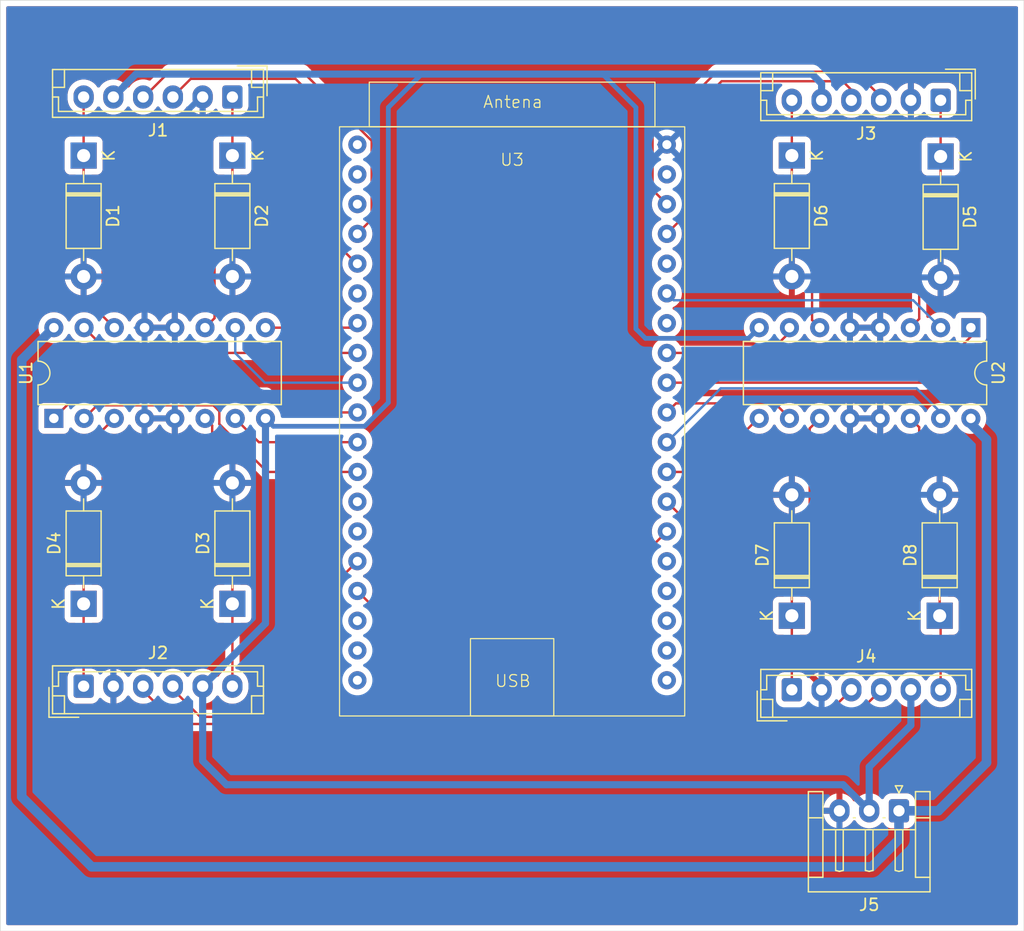
<source format=kicad_pcb>
(kicad_pcb (version 20241229) (generator "pcbnew") (generator_version "9.0")
  (title_block (title "Wheels PCB") (date "2025-04-01") (rev "1.0.0") (company "Manuel Piña Olivas"))
  (layers (0 "F.Cu" signal) (2 "B.Cu" signal) (13 "F.Paste" user) (15 "B.Paste" user) (5 "F.SilkS" user "F.Silkscreen") (7 "B.SilkS" user "B.Silkscreen") (1 "F.Mask" user) (3 "B.Mask" user) (25 "Edge.Cuts" user))
  (net 0 "")
  (net 1 "Net-(D1-K)")
  (net 2 "GND")
  (net 3 "Net-(D2-K)")
  (net 4 "Net-(D3-K)")
  (net 5 "Net-(D4-K)")
  (net 6 "Net-(D5-K)")
  (net 7 "Net-(D6-K)")
  (net 8 "Net-(D7-K)")
  (net 9 "Net-(D8-K)")
  (net 10 "Net-(J1-Pin_4)")
  (net 11 "Net-(J1-Pin_3)")
  (net 12 "+5V")
  (net 13 "Net-(J2-Pin_4)")
  (net 14 "Net-(J2-Pin_3)")
  (net 15 "Net-(J3-Pin_3)")
  (net 16 "Net-(J3-Pin_4)")
  (net 17 "Net-(J4-Pin_3)")
  (net 18 "Net-(J4-Pin_4)")
  (net 19 "+12V")
  (net 20 "Net-(U1-EN1,2)")
  (net 21 "Net-(U1-2A)")
  (net 22 "Net-(U1-4A)")
  (net 23 "Net-(U1-3A)")
  (net 24 "Net-(U1-EN3,4)")
  (net 25 "Net-(U1-1A)")
  (net 26 "Net-(U2-2A)")
  (net 27 "Net-(U2-3A)")
  (net 28 "Net-(U2-EN3,4)")
  (net 29 "Net-(U2-EN1,2)")
  (net 30 "Net-(U2-4A)")
  (net 31 "Net-(U2-1A)")
  (footprint "Package_DIP:DIP-16_W7.62mm" (layer "F.Cu") (at 113.5 88.725 90)
    (property "Reference" "U1" (at 3.81 -2.33 90) (layer "F.SilkS"))
    (property "Value" "L293D")
    (fp_line (start 6.46 -1.33) (end 4.81 -1.33) (stroke (width 0.12)) (layer "F.SilkS"))
    (fp_line (start 2.81 -1.33) (end 1.16 -1.33) (stroke (width 0.12)) (layer "F.SilkS"))
    (fp_line (start 1.16 -1.33) (end 1.16 19.11) (stroke (width 0.12)) (layer "F.SilkS"))
    (fp_line (start 6.46 19.11) (end 6.46 -1.33) (stroke (width 0.12)) (layer "F.SilkS"))
    (fp_line (start 1.16 19.11) (end 6.46 19.11) (stroke (width 0.12)) (layer "F.SilkS"))
    (fp_arc (start 4.81 -1.33) (mid 3.81 -0.33) (end 2.81 -1.33) (stroke (width 0.12)) (layer "F.SilkS"))
    (pad "1" thru_hole rect (at 0 0 90) (size 1.6 1.6) (drill 0.8) (layers "*.Cu" "*.Mask") (net 20 "Net-(U1-EN1,2)"))
    (pad "2" thru_hole oval (at 0 2.54 90) (size 1.6 1.6) (drill 0.8) (layers "*.Cu" "*.Mask") (net 25 "Net-(U1-1A)"))
    (pad "3" thru_hole oval (at 0 5.08 90) (size 1.6 1.6) (drill 0.8) (layers "*.Cu" "*.Mask") (net 5 "Net-(D4-K)"))
    (pad "4" thru_hole oval (at 0 7.62 90) (size 1.6 1.6) (drill 0.8) (layers "*.Cu" "*.Mask") (net 2 "GND"))
    (pad "5" thru_hole oval (at 0 10.16 90) (size 1.6 1.6) (drill 0.8) (layers "*.Cu" "*.Mask") (net 2 "GND"))
    (pad "6" thru_hole oval (at 0 12.7 90) (size 1.6 1.6) (drill 0.8) (layers "*.Cu" "*.Mask") (net 4 "Net-(D3-K)"))
    (pad "7" thru_hole oval (at 0 15.24 90) (size 1.6 1.6) (drill 0.8) (layers "*.Cu" "*.Mask") (net 21 "Net-(U1-2A)"))
    (pad "8" thru_hole oval (at 0 17.78 90) (size 1.6 1.6) (drill 0.8) (layers "*.Cu" "*.Mask") (net 12 "+5V"))
    (pad "9" thru_hole oval (at 7.62 17.78 90) (size 1.6 1.6) (drill 0.8) (layers "*.Cu" "*.Mask") (net 24 "Net-(U1-EN3,4)"))
    (pad "10" thru_hole oval (at 7.62 15.24 90) (size 1.6 1.6) (drill 0.8) (layers "*.Cu" "*.Mask") (net 23 "Net-(U1-3A)"))
    (pad "11" thru_hole oval (at 7.62 12.7 90) (size 1.6 1.6) (drill 0.8) (layers "*.Cu" "*.Mask") (net 3 "Net-(D2-K)"))
    (pad "12" thru_hole oval (at 7.62 10.16 90) (size 1.6 1.6) (drill 0.8) (layers "*.Cu" "*.Mask") (net 2 "GND"))
    (pad "13" thru_hole oval (at 7.62 7.62 90) (size 1.6 1.6) (drill 0.8) (layers "*.Cu" "*.Mask") (net 2 "GND"))
    (pad "14" thru_hole oval (at 7.62 5.08 90) (size 1.6 1.6) (drill 0.8) (layers "*.Cu" "*.Mask") (net 1 "Net-(D1-K)"))
    (pad "15" thru_hole oval (at 7.62 2.54 90) (size 1.6 1.6) (drill 0.8) (layers "*.Cu" "*.Mask") (net 22 "Net-(U1-4A)"))
    (pad "16" thru_hole oval (at 7.62 0 90) (size 1.6 1.6) (drill 0.8) (layers "*.Cu" "*.Mask") (net 19 "+12V"))
  )
  (footprint "Diode_THT:D_DO-41_SOD81_P10.16mm_Horizontal" (layer "F.Cu") (at 128.5 104.305 90)
    (property "Reference" "D3" (at 5.08 -2.47 90) (layer "F.SilkS"))
    (property "Value" "1N4001")
    (fp_line (start 7.8 -1.47) (end 2.36 -1.47) (stroke (width 0.12)) (layer "F.SilkS"))
    (fp_line (start 3.38 -1.47) (end 3.38 1.47) (stroke (width 0.12)) (layer "F.SilkS"))
    (fp_line (start 3.26 -1.47) (end 3.26 1.47) (stroke (width 0.12)) (layer "F.SilkS"))
    (fp_line (start 3.14 -1.47) (end 3.14 1.47) (stroke (width 0.12)) (layer "F.SilkS"))
    (fp_line (start 2.36 -1.47) (end 2.36 1.47) (stroke (width 0.12)) (layer "F.SilkS"))
    (fp_line (start 8.82 0) (end 7.8 0) (stroke (width 0.12)) (layer "F.SilkS"))
    (fp_line (start 1.34 0) (end 2.36 0) (stroke (width 0.12)) (layer "F.SilkS"))
    (fp_line (start 7.8 1.47) (end 7.8 -1.47) (stroke (width 0.12)) (layer "F.SilkS"))
    (fp_line (start 2.36 1.47) (end 7.8 1.47) (stroke (width 0.12)) (layer "F.SilkS"))
    (fp_text user "K" (at 0 -2.1 90) (layer "F.SilkS"))
    (pad "1" thru_hole rect (at 0 0 90) (size 2.2 2.2) (drill 1.1) (layers "*.Cu" "*.Mask") (net 4 "Net-(D3-K)"))
    (pad "2" thru_hole oval (at 10.16 0 90) (size 2.2 2.2) (drill 1.1) (layers "*.Cu" "*.Mask") (net 2 "GND"))
  )
  (footprint "Connector_JST:JST_EH_S3B-EH_1x03_P2.50mm_Horizontal" (layer "F.Cu") (at 184.5 121.6925 180)
    (property "Reference" "J5" (at 2.5 -7.9 0) (layer "F.SilkS"))
    (property "Value" "Conn_01x03")
    (fp_line (start 7.61 1.61) (end 6.39 1.61) (stroke (width 0.12)) (layer "F.SilkS"))
    (fp_line (start 7.61 -5.59) (end 6.39 -5.59) (stroke (width 0.12)) (layer "F.SilkS"))
    (fp_line (start 7.61 -6.81) (end 7.61 1.61) (stroke (width 0.12)) (layer "F.SilkS"))
    (fp_line (start 6.39 1.61) (end 6.39 -0.59) (stroke (width 0.12)) (layer "F.SilkS"))
    (fp_line (start 6.39 -0.59) (end 7.61 -0.59) (stroke (width 0.12)) (layer "F.SilkS"))
    (fp_line (start 6.39 -5.59) (end 6.39 -0.59) (stroke (width 0.12)) (layer "F.SilkS"))
    (fp_line (start 5.32 -1.59) (end 5 -1.59) (stroke (width 0.12)) (layer "F.SilkS"))
    (fp_line (start 5.32 -5.01) (end 5.32 -1.59) (stroke (width 0.12)) (layer "F.SilkS"))
    (fp_line (start 5 -1.59) (end 4.68 -1.59) (stroke (width 0.12)) (layer "F.SilkS"))
    (fp_line (start 5 -5.09) (end 5.32 -5.01) (stroke (width 0.12)) (layer "F.SilkS"))
    (fp_line (start 4.68 -1.59) (end 4.68 -5.01) (stroke (width 0.12)) (layer "F.SilkS"))
    (fp_line (start 4.68 -5.01) (end 5 -5.09) (stroke (width 0.12)) (layer "F.SilkS"))
    (fp_line (start 3.67 -0.59) (end 3.83 -0.59) (stroke (width 0.12)) (layer "F.SilkS"))
    (fp_line (start 2.82 -1.59) (end 2.5 -1.59) (stroke (width 0.12)) (layer "F.SilkS"))
    (fp_line (start 2.82 -5.01) (end 2.82 -1.59) (stroke (width 0.12)) (layer "F.SilkS"))
    (fp_line (start 2.5 -1.59) (end 2.18 -1.59) (stroke (width 0.12)) (layer "F.SilkS"))
    (fp_line (start 2.5 -5.09) (end 2.82 -5.01) (stroke (width 0.12)) (layer "F.SilkS"))
    (fp_line (start 2.18 -1.59) (end 2.18 -5.01) (stroke (width 0.12)) (layer "F.SilkS"))
    (fp_line (start 2.18 -5.01) (end 2.5 -5.09) (stroke (width 0.12)) (layer "F.SilkS"))
    (fp_line (start 1.17 -0.59) (end 1.33 -0.59) (stroke (width 0.12)) (layer "F.SilkS"))
    (fp_line (start 0.32 -1.59) (end 0 -1.59) (stroke (width 0.12)) (layer "F.SilkS"))
    (fp_line (start 0.32 -5.01) (end 0.32 -1.59) (stroke (width 0.12)) (layer "F.SilkS"))
    (fp_line (start 0.3 2.1) (end 0 1.5) (stroke (width 0.12)) (layer "F.SilkS"))
    (fp_line (start 0 1.5) (end -0.3 2.1) (stroke (width 0.12)) (layer "F.SilkS"))
    (fp_line (start 0 -1.59) (end -0.32 -1.59) (stroke (width 0.12)) (layer "F.SilkS"))
    (fp_line (start 0 -5.09) (end 0.32 -5.01) (stroke (width 0.12)) (layer "F.SilkS"))
    (fp_line (start -0.3 2.1) (end 0.3 2.1) (stroke (width 0.12)) (layer "F.SilkS"))
    (fp_line (start -0.32 -1.59) (end -0.32 -5.01) (stroke (width 0.12)) (layer "F.SilkS"))
    (fp_line (start -0.32 -5.01) (end 0 -5.09) (stroke (width 0.12)) (layer "F.SilkS"))
    (fp_line (start -1.39 1.61) (end -2.61 1.61) (stroke (width 0.12)) (layer "F.SilkS"))
    (fp_line (start -1.39 -0.59) (end -1.39 1.61) (stroke (width 0.12)) (layer "F.SilkS"))
    (fp_line (start -1.39 -0.59) (end -2.61 -0.59) (stroke (width 0.12)) (layer "F.SilkS"))
    (fp_line (start -1.39 -1.59) (end 6.39 -1.59) (stroke (width 0.12)) (layer "F.SilkS"))
    (fp_line (start -1.39 -5.59) (end -1.39 -0.59) (stroke (width 0.12)) (layer "F.SilkS"))
    (fp_line (start -2.61 1.61) (end -2.61 -6.81) (stroke (width 0.12)) (layer "F.SilkS"))
    (fp_line (start -2.61 -5.59) (end -1.39 -5.59) (stroke (width 0.12)) (layer "F.SilkS"))
    (fp_line (start -2.61 -6.81) (end 7.61 -6.81) (stroke (width 0.12)) (layer "F.SilkS"))
    (pad "1" thru_hole roundrect (at 0 0 180) (size 1.7 1.95) (drill 0.95) (layers "*.Cu" "*.Mask") (roundrect_rratio 0.147059) (net 19 "+12V"))
    (pad "2" thru_hole oval (at 2.5 0 180) (size 1.7 1.95) (drill 0.95) (layers "*.Cu" "*.Mask") (net 12 "+5V"))
    (pad "3" thru_hole oval (at 5 0 180) (size 1.7 1.95) (drill 0.95) (layers "*.Cu" "*.Mask") (net 2 "GND"))
  )
  (footprint "Diode_THT:D_DO-41_SOD81_P10.16mm_Horizontal" (layer "F.Cu") (at 128.5 66.645 -90)
    (property "Reference" "D2" (at 5.08 -2.47 90) (layer "F.SilkS"))
    (property "Value" "1N4001")
    (fp_line (start 2.36 1.47) (end 7.8 1.47) (stroke (width 0.12)) (layer "F.SilkS"))
    (fp_line (start 7.8 1.47) (end 7.8 -1.47) (stroke (width 0.12)) (layer "F.SilkS"))
    (fp_line (start 1.34 0) (end 2.36 0) (stroke (width 0.12)) (layer "F.SilkS"))
    (fp_line (start 8.82 0) (end 7.8 0) (stroke (width 0.12)) (layer "F.SilkS"))
    (fp_line (start 2.36 -1.47) (end 2.36 1.47) (stroke (width 0.12)) (layer "F.SilkS"))
    (fp_line (start 3.14 -1.47) (end 3.14 1.47) (stroke (width 0.12)) (layer "F.SilkS"))
    (fp_line (start 3.26 -1.47) (end 3.26 1.47) (stroke (width 0.12)) (layer "F.SilkS"))
    (fp_line (start 3.38 -1.47) (end 3.38 1.47) (stroke (width 0.12)) (layer "F.SilkS"))
    (fp_line (start 7.8 -1.47) (end 2.36 -1.47) (stroke (width 0.12)) (layer "F.SilkS"))
    (fp_text user "K" (at 0 -2.1 90) (layer "F.SilkS"))
    (pad "1" thru_hole rect (at 0 0 270) (size 2.2 2.2) (drill 1.1) (layers "*.Cu" "*.Mask") (net 3 "Net-(D2-K)"))
    (pad "2" thru_hole oval (at 10.16 0 270) (size 2.2 2.2) (drill 1.1) (layers "*.Cu" "*.Mask") (net 2 "GND"))
  )
  (footprint "Connector_JST:JST_EH_B6B-EH-A_1x06_P2.50mm_Vertical" (layer "F.Cu") (at 116 111.225)
    (property "Reference" "J2" (at 6.25 -2.8 0) (layer "F.SilkS"))
    (property "Value" "Motor_2")
    (fp_line (start -2.91 0.11) (end -2.91 2.61) (stroke (width 0.12)) (layer "F.SilkS"))
    (fp_line (start -2.91 2.61) (end -0.41 2.61) (stroke (width 0.12)) (layer "F.SilkS"))
    (fp_line (start -2.61 -1.71) (end -2.61 2.31) (stroke (width 0.12)) (layer "F.SilkS"))
    (fp_line (start -2.61 0) (end -2.11 0) (stroke (width 0.12)) (layer "F.SilkS"))
    (fp_line (start -2.61 0.81) (end -1.61 0.81) (stroke (width 0.12)) (layer "F.SilkS"))
    (fp_line (start -2.61 2.31) (end 15.11 2.31) (stroke (width 0.12)) (layer "F.SilkS"))
    (fp_line (start -2.11 -1.21) (end 14.61 -1.21) (stroke (width 0.12)) (layer "F.SilkS"))
    (fp_line (start -2.11 0) (end -2.11 -1.21) (stroke (width 0.12)) (layer "F.SilkS"))
    (fp_line (start -1.61 0.81) (end -1.61 2.31) (stroke (width 0.12)) (layer "F.SilkS"))
    (fp_line (start 14.11 0.81) (end 14.11 2.31) (stroke (width 0.12)) (layer "F.SilkS"))
    (fp_line (start 14.61 -1.21) (end 14.61 0) (stroke (width 0.12)) (layer "F.SilkS"))
    (fp_line (start 14.61 0) (end 15.11 0) (stroke (width 0.12)) (layer "F.SilkS"))
    (fp_line (start 15.11 -1.71) (end -2.61 -1.71) (stroke (width 0.12)) (layer "F.SilkS"))
    (fp_line (start 15.11 0.81) (end 14.11 0.81) (stroke (width 0.12)) (layer "F.SilkS"))
    (fp_line (start 15.11 2.31) (end 15.11 -1.71) (stroke (width 0.12)) (layer "F.SilkS"))
    (pad "1" thru_hole roundrect (at 0 0) (size 1.7 1.95) (drill 0.95) (layers "*.Cu" "*.Mask") (roundrect_rratio 0.147059) (net 5 "Net-(D4-K)"))
    (pad "2" thru_hole oval (at 2.5 0) (size 1.7 1.95) (drill 0.95) (layers "*.Cu" "*.Mask") (net 2 "GND"))
    (pad "3" thru_hole oval (at 5 0) (size 1.7 1.95) (drill 0.95) (layers "*.Cu" "*.Mask") (net 14 "Net-(J2-Pin_3)"))
    (pad "4" thru_hole oval (at 7.5 0) (size 1.7 1.95) (drill 0.95) (layers "*.Cu" "*.Mask") (net 13 "Net-(J2-Pin_4)"))
    (pad "5" thru_hole oval (at 10 0) (size 1.7 1.95) (drill 0.95) (layers "*.Cu" "*.Mask") (net 12 "+5V"))
    (pad "6" thru_hole oval (at 12.5 0) (size 1.7 1.95) (drill 0.95) (layers "*.Cu" "*.Mask") (net 4 "Net-(D3-K)"))
  )
  (footprint "Diode_THT:D_DO-41_SOD81_P10.16mm_Horizontal" (layer "F.Cu") (at 175.5 105.305 90)
    (property "Reference" "D7" (at 5.08 -2.47 90) (layer "F.SilkS"))
    (property "Value" "1N4001" (hide yes))
    (fp_line (start 7.8 -1.47) (end 2.36 -1.47) (stroke (width 0.12)) (layer "F.SilkS"))
    (fp_line (start 3.38 -1.47) (end 3.38 1.47) (stroke (width 0.12)) (layer "F.SilkS"))
    (fp_line (start 3.26 -1.47) (end 3.26 1.47) (stroke (width 0.12)) (layer "F.SilkS"))
    (fp_line (start 3.14 -1.47) (end 3.14 1.47) (stroke (width 0.12)) (layer "F.SilkS"))
    (fp_line (start 2.36 -1.47) (end 2.36 1.47) (stroke (width 0.12)) (layer "F.SilkS"))
    (fp_line (start 8.82 0) (end 7.8 0) (stroke (width 0.12)) (layer "F.SilkS"))
    (fp_line (start 1.34 0) (end 2.36 0) (stroke (width 0.12)) (layer "F.SilkS"))
    (fp_line (start 7.8 1.47) (end 7.8 -1.47) (stroke (width 0.12)) (layer "F.SilkS"))
    (fp_line (start 2.36 1.47) (end 7.8 1.47) (stroke (width 0.12)) (layer "F.SilkS"))
    (fp_text user "K" (at 0 -2.1 90) (layer "F.SilkS"))
    (pad "1" thru_hole rect (at 0 0 90) (size 2.2 2.2) (drill 1.1) (layers "*.Cu" "*.Mask") (net 8 "Net-(D7-K)"))
    (pad "2" thru_hole oval (at 10.16 0 90) (size 2.2 2.2) (drill 1.1) (layers "*.Cu" "*.Mask") (net 2 "GND"))
  )
  (footprint "Connector_JST:JST_EH_B6B-EH-A_1x06_P2.50mm_Vertical" (layer "F.Cu") (at 128.5 61.725 180)
    (property "Reference" "J1" (at 6.25 -2.8 0) (layer "F.SilkS"))
    (property "Value" "Motor_1")
    (fp_line (start 15.11 2.31) (end 15.11 -1.71) (stroke (width 0.12)) (layer "F.SilkS"))
    (fp_line (start 15.11 0.81) (end 14.11 0.81) (stroke (width 0.12)) (layer "F.SilkS"))
    (fp_line (start 15.11 -1.71) (end -2.61 -1.71) (stroke (width 0.12)) (layer "F.SilkS"))
    (fp_line (start 14.61 0) (end 15.11 0) (stroke (width 0.12)) (layer "F.SilkS"))
    (fp_line (start 14.61 -1.21) (end 14.61 0) (stroke (width 0.12)) (layer "F.SilkS"))
    (fp_line (start 14.11 0.81) (end 14.11 2.31) (stroke (width 0.12)) (layer "F.SilkS"))
    (fp_line (start -1.61 0.81) (end -1.61 2.31) (stroke (width 0.12)) (layer "F.SilkS"))
    (fp_line (start -2.11 0) (end -2.11 -1.21) (stroke (width 0.12)) (layer "F.SilkS"))
    (fp_line (start -2.11 -1.21) (end 14.61 -1.21) (stroke (width 0.12)) (layer "F.SilkS"))
    (fp_line (start -2.61 2.31) (end 15.11 2.31) (stroke (width 0.12)) (layer "F.SilkS"))
    (fp_line (start -2.61 0.81) (end -1.61 0.81) (stroke (width 0.12)) (layer "F.SilkS"))
    (fp_line (start -2.61 0) (end -2.11 0) (stroke (width 0.12)) (layer "F.SilkS"))
    (fp_line (start -2.61 -1.71) (end -2.61 2.31) (stroke (width 0.12)) (layer "F.SilkS"))
    (fp_line (start -2.91 2.61) (end -0.41 2.61) (stroke (width 0.12)) (layer "F.SilkS"))
    (fp_line (start -2.91 0.11) (end -2.91 2.61) (stroke (width 0.12)) (layer "F.SilkS"))
    (pad "1" thru_hole roundrect (at 0 0 180) (size 1.7 1.95) (drill 0.95) (layers "*.Cu" "*.Mask") (roundrect_rratio 0.147059) (net 3 "Net-(D2-K)"))
    (pad "2" thru_hole oval (at 2.5 0 180) (size 1.7 1.95) (drill 0.95) (layers "*.Cu" "*.Mask") (net 2 "GND"))
    (pad "3" thru_hole oval (at 5 0 180) (size 1.7 1.95) (drill 0.95) (layers "*.Cu" "*.Mask") (net 11 "Net-(J1-Pin_3)"))
    (pad "4" thru_hole oval (at 7.5 0 180) (size 1.7 1.95) (drill 0.95) (layers "*.Cu" "*.Mask") (net 10 "Net-(J1-Pin_4)"))
    (pad "5" thru_hole oval (at 10 0 180) (size 1.7 1.95) (drill 0.95) (layers "*.Cu" "*.Mask") (net 12 "+5V"))
    (pad "6" thru_hole oval (at 12.5 0 180) (size 1.7 1.95) (drill 0.95) (layers "*.Cu" "*.Mask") (net 1 "Net-(D1-K)"))
  )
  (footprint "Connector_JST:JST_EH_B6B-EH-A_1x06_P2.50mm_Vertical" (layer "F.Cu") (at 188 62 180)
    (property "Reference" "J3" (at 6.25 -2.8 0) (layer "F.SilkS"))
    (property "Value" "Motor_3")
    (fp_line (start 15.11 2.31) (end 15.11 -1.71) (stroke (width 0.12)) (layer "F.SilkS"))
    (fp_line (start 15.11 0.81) (end 14.11 0.81) (stroke (width 0.12)) (layer "F.SilkS"))
    (fp_line (start 15.11 -1.71) (end -2.61 -1.71) (stroke (width 0.12)) (layer "F.SilkS"))
    (fp_line (start 14.61 0) (end 15.11 0) (stroke (width 0.12)) (layer "F.SilkS"))
    (fp_line (start 14.61 -1.21) (end 14.61 0) (stroke (width 0.12)) (layer "F.SilkS"))
    (fp_line (start 14.11 0.81) (end 14.11 2.31) (stroke (width 0.12)) (layer "F.SilkS"))
    (fp_line (start -1.61 0.81) (end -1.61 2.31) (stroke (width 0.12)) (layer "F.SilkS"))
    (fp_line (start -2.11 0) (end -2.11 -1.21) (stroke (width 0.12)) (layer "F.SilkS"))
    (fp_line (start -2.11 -1.21) (end 14.61 -1.21) (stroke (width 0.12)) (layer "F.SilkS"))
    (fp_line (start -2.61 2.31) (end 15.11 2.31) (stroke (width 0.12)) (layer "F.SilkS"))
    (fp_line (start -2.61 0.81) (end -1.61 0.81) (stroke (width 0.12)) (layer "F.SilkS"))
    (fp_line (start -2.61 0) (end -2.11 0) (stroke (width 0.12)) (layer "F.SilkS"))
    (fp_line (start -2.61 -1.71) (end -2.61 2.31) (stroke (width 0.12)) (layer "F.SilkS"))
    (fp_line (start -2.91 2.61) (end -0.41 2.61) (stroke (width 0.12)) (layer "F.SilkS"))
    (fp_line (start -2.91 0.11) (end -2.91 2.61) (stroke (width 0.12)) (layer "F.SilkS"))
    (pad "1" thru_hole roundrect (at 0 0 180) (size 1.7 1.95) (drill 0.95) (layers "*.Cu" "*.Mask") (roundrect_rratio 0.147059) (net 6 "Net-(D5-K)"))
    (pad "2" thru_hole oval (at 2.5 0 180) (size 1.7 1.95) (drill 0.95) (layers "*.Cu" "*.Mask") (net 2 "GND"))
    (pad "3" thru_hole oval (at 5 0 180) (size 1.7 1.95) (drill 0.95) (layers "*.Cu" "*.Mask") (net 15 "Net-(J3-Pin_3)"))
    (pad "4" thru_hole oval (at 7.5 0 180) (size 1.7 1.95) (drill 0.95) (layers "*.Cu" "*.Mask") (net 16 "Net-(J3-Pin_4)"))
    (pad "5" thru_hole oval (at 10 0 180) (size 1.7 1.95) (drill 0.95) (layers "*.Cu" "*.Mask") (net 12 "+5V"))
    (pad "6" thru_hole oval (at 12.5 0 180) (size 1.7 1.95) (drill 0.95) (layers "*.Cu" "*.Mask") (net 7 "Net-(D6-K)"))
  )
  (footprint "Diode_THT:D_DO-41_SOD81_P10.16mm_Horizontal" (layer "F.Cu") (at 187.92 105.305 90)
    (property "Reference" "D8" (at 5.08 -2.47 90) (layer "F.SilkS"))
    (property "Value" "1N4001")
    (fp_line (start 7.8 -1.47) (end 2.36 -1.47) (stroke (width 0.12)) (layer "F.SilkS"))
    (fp_line (start 3.38 -1.47) (end 3.38 1.47) (stroke (width 0.12)) (layer "F.SilkS"))
    (fp_line (start 3.26 -1.47) (end 3.26 1.47) (stroke (width 0.12)) (layer "F.SilkS"))
    (fp_line (start 3.14 -1.47) (end 3.14 1.47) (stroke (width 0.12)) (layer "F.SilkS"))
    (fp_line (start 2.36 -1.47) (end 2.36 1.47) (stroke (width 0.12)) (layer "F.SilkS"))
    (fp_line (start 8.82 0) (end 7.8 0) (stroke (width 0.12)) (layer "F.SilkS"))
    (fp_line (start 1.34 0) (end 2.36 0) (stroke (width 0.12)) (layer "F.SilkS"))
    (fp_line (start 7.8 1.47) (end 7.8 -1.47) (stroke (width 0.12)) (layer "F.SilkS"))
    (fp_line (start 2.36 1.47) (end 7.8 1.47) (stroke (width 0.12)) (layer "F.SilkS"))
    (fp_text user "K" (at 0 -2.1 90) (layer "F.SilkS"))
    (pad "1" thru_hole rect (at 0 0 90) (size 2.2 2.2) (drill 1.1) (layers "*.Cu" "*.Mask") (net 9 "Net-(D8-K)"))
    (pad "2" thru_hole oval (at 10.16 0 90) (size 2.2 2.2) (drill 1.1) (layers "*.Cu" "*.Mask") (net 2 "GND"))
  )
  (footprint "Diode_THT:D_DO-41_SOD81_P10.16mm_Horizontal" (layer "F.Cu") (at 175.5 66.64 -90)
    (property "Reference" "D6" (at 5.08 -2.47 90) (layer "F.SilkS"))
    (property "Value" "1N4001")
    (fp_line (start 2.36 1.47) (end 7.8 1.47) (stroke (width 0.12)) (layer "F.SilkS"))
    (fp_line (start 7.8 1.47) (end 7.8 -1.47) (stroke (width 0.12)) (layer "F.SilkS"))
    (fp_line (start 1.34 0) (end 2.36 0) (stroke (width 0.12)) (layer "F.SilkS"))
    (fp_line (start 8.82 0) (end 7.8 0) (stroke (width 0.12)) (layer "F.SilkS"))
    (fp_line (start 2.36 -1.47) (end 2.36 1.47) (stroke (width 0.12)) (layer "F.SilkS"))
    (fp_line (start 3.14 -1.47) (end 3.14 1.47) (stroke (width 0.12)) (layer "F.SilkS"))
    (fp_line (start 3.26 -1.47) (end 3.26 1.47) (stroke (width 0.12)) (layer "F.SilkS"))
    (fp_line (start 3.38 -1.47) (end 3.38 1.47) (stroke (width 0.12)) (layer "F.SilkS"))
    (fp_line (start 7.8 -1.47) (end 2.36 -1.47) (stroke (width 0.12)) (layer "F.SilkS"))
    (fp_text user "K" (at 0 -2.1 90) (layer "F.SilkS"))
    (pad "1" thru_hole rect (at 0 0 270) (size 2.2 2.2) (drill 1.1) (layers "*.Cu" "*.Mask") (net 7 "Net-(D6-K)"))
    (pad "2" thru_hole oval (at 10.16 0 270) (size 2.2 2.2) (drill 1.1) (layers "*.Cu" "*.Mask") (net 2 "GND"))
  )
  (footprint "Diode_THT:D_DO-41_SOD81_P10.16mm_Horizontal" (layer "F.Cu") (at 116 66.645 -90)
    (property "Reference" "D1" (at 5.08 -2.47 90) (layer "F.SilkS"))
    (property "Value" "1N4001")
    (fp_line (start 2.36 1.47) (end 7.8 1.47) (stroke (width 0.12)) (layer "F.SilkS"))
    (fp_line (start 7.8 1.47) (end 7.8 -1.47) (stroke (width 0.12)) (layer "F.SilkS"))
    (fp_line (start 1.34 0) (end 2.36 0) (stroke (width 0.12)) (layer "F.SilkS"))
    (fp_line (start 8.82 0) (end 7.8 0) (stroke (width 0.12)) (layer "F.SilkS"))
    (fp_line (start 2.36 -1.47) (end 2.36 1.47) (stroke (width 0.12)) (layer "F.SilkS"))
    (fp_line (start 3.14 -1.47) (end 3.14 1.47) (stroke (width 0.12)) (layer "F.SilkS"))
    (fp_line (start 3.26 -1.47) (end 3.26 1.47) (stroke (width 0.12)) (layer "F.SilkS"))
    (fp_line (start 3.38 -1.47) (end 3.38 1.47) (stroke (width 0.12)) (layer "F.SilkS"))
    (fp_line (start 7.8 -1.47) (end 2.36 -1.47) (stroke (width 0.12)) (layer "F.SilkS"))
    (fp_text user "K" (at 0 -2.1 90) (layer "F.SilkS"))
    (pad "1" thru_hole rect (at 0 0 270) (size 2.2 2.2) (drill 1.1) (layers "*.Cu" "*.Mask") (net 1 "Net-(D1-K)"))
    (pad "2" thru_hole oval (at 10.16 0 270) (size 2.2 2.2) (drill 1.1) (layers "*.Cu" "*.Mask") (net 2 "GND"))
  )
  (footprint "Connector_JST:JST_EH_B6B-EH-A_1x06_P2.50mm_Vertical" (layer "F.Cu") (at 175.5 111.525)
    (property "Reference" "J4" (at 6.25 -2.8 0) (layer "F.SilkS"))
    (property "Value" "Motor_4")
    (fp_line (start -2.91 0.11) (end -2.91 2.61) (stroke (width 0.12)) (layer "F.SilkS"))
    (fp_line (start -2.91 2.61) (end -0.41 2.61) (stroke (width 0.12)) (layer "F.SilkS"))
    (fp_line (start -2.61 -1.71) (end -2.61 2.31) (stroke (width 0.12)) (layer "F.SilkS"))
    (fp_line (start -2.61 0) (end -2.11 0) (stroke (width 0.12)) (layer "F.SilkS"))
    (fp_line (start -2.61 0.81) (end -1.61 0.81) (stroke (width 0.12)) (layer "F.SilkS"))
    (fp_line (start -2.61 2.31) (end 15.11 2.31) (stroke (width 0.12)) (layer "F.SilkS"))
    (fp_line (start -2.11 -1.21) (end 14.61 -1.21) (stroke (width 0.12)) (layer "F.SilkS"))
    (fp_line (start -2.11 0) (end -2.11 -1.21) (stroke (width 0.12)) (layer "F.SilkS"))
    (fp_line (start -1.61 0.81) (end -1.61 2.31) (stroke (width 0.12)) (layer "F.SilkS"))
    (fp_line (start 14.11 0.81) (end 14.11 2.31) (stroke (width 0.12)) (layer "F.SilkS"))
    (fp_line (start 14.61 -1.21) (end 14.61 0) (stroke (width 0.12)) (layer "F.SilkS"))
    (fp_line (start 14.61 0) (end 15.11 0) (stroke (width 0.12)) (layer "F.SilkS"))
    (fp_line (start 15.11 -1.71) (end -2.61 -1.71) (stroke (width 0.12)) (layer "F.SilkS"))
    (fp_line (start 15.11 0.81) (end 14.11 0.81) (stroke (width 0.12)) (layer "F.SilkS"))
    (fp_line (start 15.11 2.31) (end 15.11 -1.71) (stroke (width 0.12)) (layer "F.SilkS"))
    (pad "1" thru_hole roundrect (at 0 0) (size 1.7 1.95) (drill 0.95) (layers "*.Cu" "*.Mask") (roundrect_rratio 0.147059) (net 8 "Net-(D7-K)"))
    (pad "2" thru_hole oval (at 2.5 0) (size 1.7 1.95) (drill 0.95) (layers "*.Cu" "*.Mask") (net 2 "GND"))
    (pad "3" thru_hole oval (at 5 0) (size 1.7 1.95) (drill 0.95) (layers "*.Cu" "*.Mask") (net 17 "Net-(J4-Pin_3)"))
    (pad "4" thru_hole oval (at 7.5 0) (size 1.7 1.95) (drill 0.95) (layers "*.Cu" "*.Mask") (net 18 "Net-(J4-Pin_4)"))
    (pad "5" thru_hole oval (at 10 0) (size 1.7 1.95) (drill 0.95) (layers "*.Cu" "*.Mask") (net 12 "+5V"))
    (pad "6" thru_hole oval (at 12.5 0) (size 1.7 1.95) (drill 0.95) (layers "*.Cu" "*.Mask") (net 9 "Net-(D8-K)"))
  )
  (footprint "Diode_THT:D_DO-41_SOD81_P10.16mm_Horizontal" (layer "F.Cu") (at 188 66.72 -90)
    (property "Reference" "D5" (at 5.08 -2.47 90) (layer "F.SilkS"))
    (property "Value" "1N4001")
    (fp_line (start 2.36 1.47) (end 7.8 1.47) (stroke (width 0.12)) (layer "F.SilkS"))
    (fp_line (start 7.8 1.47) (end 7.8 -1.47) (stroke (width 0.12)) (layer "F.SilkS"))
    (fp_line (start 1.34 0) (end 2.36 0) (stroke (width 0.12)) (layer "F.SilkS"))
    (fp_line (start 8.82 0) (end 7.8 0) (stroke (width 0.12)) (layer "F.SilkS"))
    (fp_line (start 2.36 -1.47) (end 2.36 1.47) (stroke (width 0.12)) (layer "F.SilkS"))
    (fp_line (start 3.14 -1.47) (end 3.14 1.47) (stroke (width 0.12)) (layer "F.SilkS"))
    (fp_line (start 3.26 -1.47) (end 3.26 1.47) (stroke (width 0.12)) (layer "F.SilkS"))
    (fp_line (start 3.38 -1.47) (end 3.38 1.47) (stroke (width 0.12)) (layer "F.SilkS"))
    (fp_line (start 7.8 -1.47) (end 2.36 -1.47) (stroke (width 0.12)) (layer "F.SilkS"))
    (fp_text user "K" (at 0 -2.1 90) (layer "F.SilkS"))
    (pad "1" thru_hole rect (at 0 0 270) (size 2.2 2.2) (drill 1.1) (layers "*.Cu" "*.Mask") (net 6 "Net-(D5-K)"))
    (pad "2" thru_hole oval (at 10.16 0 270) (size 2.2 2.2) (drill 1.1) (layers "*.Cu" "*.Mask") (net 2 "GND"))
  )
  (footprint "ESP32S_38P:ESP32S_38P" (layer "F.Cu") (at 152 54.475)
    (property "Reference" "U3" (at 0 12.525 0) (layer "F.SilkS") (effects (font (thickness 0.1))))
    (property "Value" "ESP32S_38P")
    (fp_rect (start -14.5 9.75) (end 14.5 59.25) (stroke (width 0.1)) (fill no) (layer "F.SilkS"))
    (fp_rect (start -12 6) (end 12 9.75) (stroke (width 0.1)) (fill no) (layer "F.SilkS"))
    (fp_rect (start -3.5 52.75) (end 3.5 59.25) (stroke (width 0.1)) (fill no) (layer "F.SilkS"))
    (fp_text user "Antena" (at -2.5 8.25 0) (layer "F.SilkS") (effects (font (thickness 0.1)) (justify left bottom)))
    (fp_text user "USB" (at -1.5 56.9 0) (layer "F.SilkS") (effects (font (thickness 0.1)) (justify left bottom)))
    (pad "1" thru_hole circle (at -13 11.25) (size 1.524 1.524) (drill 0.762) (layers "*.Cu" "*.Mask"))
    (pad "2" thru_hole circle (at -13 13.75) (size 1.524 1.524) (drill 0.762) (layers "*.Cu" "*.Mask"))
    (pad "3" thru_hole circle (at -13 16.25) (size 1.524 1.524) (drill 0.762) (layers "*.Cu" "*.Mask"))
    (pad "4" thru_hole circle (at -13 18.75) (size 1.524 1.524) (drill 0.762) (layers "*.Cu" "*.Mask") (net 10 "Net-(J1-Pin_4)"))
    (pad "5" thru_hole circle (at -13 21.25) (size 1.524 1.524) (drill 0.762) (layers "*.Cu" "*.Mask") (net 11 "Net-(J1-Pin_3)"))
    (pad "6" thru_hole circle (at -13 23.75) (size 1.524 1.524) (drill 0.762) (layers "*.Cu" "*.Mask"))
    (pad "7" thru_hole circle (at -13 26.25) (size 1.524 1.524) (drill 0.762) (layers "*.Cu" "*.Mask") (net 24 "Net-(U1-EN3,4)"))
    (pad "8" thru_hole circle (at -13 28.75) (size 1.524 1.524) (drill 0.762) (layers "*.Cu" "*.Mask") (net 22 "Net-(U1-4A)"))
    (pad "9" thru_hole circle (at -13 31.25) (size 1.524 1.524) (drill 0.762) (layers "*.Cu" "*.Mask") (net 23 "Net-(U1-3A)"))
    (pad "10" thru_hole circle (at -13 33.75) (size 1.524 1.524) (drill 0.762) (layers "*.Cu" "*.Mask") (net 20 "Net-(U1-EN1,2)"))
    (pad "11" thru_hole circle (at -13 36.25) (size 1.524 1.524) (drill 0.762) (layers "*.Cu" "*.Mask") (net 21 "Net-(U1-2A)"))
    (pad "12" thru_hole circle (at -13 38.75) (size 1.524 1.524) (drill 0.762) (layers "*.Cu" "*.Mask") (net 25 "Net-(U1-1A)"))
    (pad "13" thru_hole circle (at -13 41.25) (size 1.524 1.524) (drill 0.762) (layers "*.Cu" "*.Mask"))
    (pad "14" thru_hole circle (at -13 43.75) (size 1.524 1.524) (drill 0.762) (layers "*.Cu" "*.Mask"))
    (pad "15" thru_hole circle (at -13 46.25) (size 1.524 1.524) (drill 0.762) (layers "*.Cu" "*.Mask") (net 13 "Net-(J2-Pin_4)"))
    (pad "16" thru_hole circle (at -13 48.75) (size 1.524 1.524) (drill 0.762) (layers "*.Cu" "*.Mask") (net 14 "Net-(J2-Pin_3)"))
    (pad "17" thru_hole circle (at -13 51.25) (size 1.524 1.524) (drill 0.762) (layers "*.Cu" "*.Mask"))
    (pad "18" thru_hole circle (at -13 53.75) (size 1.524 1.524) (drill 0.762) (layers "*.Cu" "*.Mask"))
    (pad "19" thru_hole circle (at -13 56.25) (size 1.524 1.524) (drill 0.762) (layers "*.Cu" "*.Mask"))
    (pad "20" thru_hole circle (at 13 56.25) (size 1.524 1.524) (drill 0.762) (layers "*.Cu" "*.Mask"))
    (pad "21" thru_hole circle (at 13 53.75) (size 1.524 1.524) (drill 0.762) (layers "*.Cu" "*.Mask"))
    (pad "22" thru_hole circle (at 13 51.25) (size 1.524 1.524) (drill 0.762) (layers "*.Cu" "*.Mask"))
    (pad "23" thru_hole circle (at 13 48.75) (size 1.524 1.524) (drill 0.762) (layers "*.Cu" "*.Mask"))
    (pad "24" thru_hole circle (at 13 46.25) (size 1.524 1.524) (drill 0.762) (layers "*.Cu" "*.Mask"))
    (pad "25" thru_hole circle (at 13 43.75) (size 1.524 1.524) (drill 0.762) (layers "*.Cu" "*.Mask") (net 18 "Net-(J4-Pin_4)"))
    (pad "26" thru_hole circle (at 13 41.25) (size 1.524 1.524) (drill 0.762) (layers "*.Cu" "*.Mask") (net 17 "Net-(J4-Pin_3)"))
    (pad "27" thru_hole circle (at 13 38.75) (size 1.524 1.524) (drill 0.762) (layers "*.Cu" "*.Mask") (net 28 "Net-(U2-EN3,4)"))
    (pad "28" thru_hole circle (at 13 36.25) (size 1.524 1.524) (drill 0.762) (layers "*.Cu" "*.Mask") (net 30 "Net-(U2-4A)"))
    (pad "29" thru_hole circle (at 13 33.75) (size 1.524 1.524) (drill 0.762) (layers "*.Cu" "*.Mask") (net 27 "Net-(U2-3A)"))
    (pad "30" thru_hole circle (at 13 31.25) (size 1.524 1.524) (drill 0.762) (layers "*.Cu" "*.Mask") (net 29 "Net-(U2-EN1,2)"))
    (pad "31" thru_hole circle (at 13 28.75) (size 1.524 1.524) (drill 0.762) (layers "*.Cu" "*.Mask") (net 26 "Net-(U2-2A)"))
    (pad "32" thru_hole circle (at 13 26.25) (size 1.524 1.524) (drill 0.762) (layers "*.Cu" "*.Mask"))
    (pad "33" thru_hole circle (at 13 23.75) (size 1.524 1.524) (drill 0.762) (layers "*.Cu" "*.Mask") (net 31 "Net-(U2-1A)"))
    (pad "34" thru_hole circle (at 13 21.25) (size 1.524 1.524) (drill 0.762) (layers "*.Cu" "*.Mask"))
    (pad "35" thru_hole circle (at 13 18.75) (size 1.524 1.524) (drill 0.762) (layers "*.Cu" "*.Mask") (net 16 "Net-(J3-Pin_4)"))
    (pad "36" thru_hole circle (at 13 16.25) (size 1.524 1.524) (drill 0.762) (layers "*.Cu" "*.Mask") (net 15 "Net-(J3-Pin_3)"))
    (pad "37" thru_hole circle (at 13 13.75) (size 1.524 1.524) (drill 0.762) (layers "*.Cu" "*.Mask"))
    (pad "38" thru_hole circle (at 13 11.25) (size 1.524 1.524) (drill 0.762) (layers "*.Cu" "*.Mask") (net 2 "GND"))
  )
  (footprint "Diode_THT:D_DO-41_SOD81_P10.16mm_Horizontal" (layer "F.Cu") (at 116 104.305 90)
    (property "Reference" "D4" (at 5.08 -2.47 90) (layer "F.SilkS"))
    (property "Value" "1N4001")
    (fp_line (start 7.8 -1.47) (end 2.36 -1.47) (stroke (width 0.12)) (layer "F.SilkS"))
    (fp_line (start 3.38 -1.47) (end 3.38 1.47) (stroke (width 0.12)) (layer "F.SilkS"))
    (fp_line (start 3.26 -1.47) (end 3.26 1.47) (stroke (width 0.12)) (layer "F.SilkS"))
    (fp_line (start 3.14 -1.47) (end 3.14 1.47) (stroke (width 0.12)) (layer "F.SilkS"))
    (fp_line (start 2.36 -1.47) (end 2.36 1.47) (stroke (width 0.12)) (layer "F.SilkS"))
    (fp_line (start 8.82 0) (end 7.8 0) (stroke (width 0.12)) (layer "F.SilkS"))
    (fp_line (start 1.34 0) (end 2.36 0) (stroke (width 0.12)) (layer "F.SilkS"))
    (fp_line (start 7.8 1.47) (end 7.8 -1.47) (stroke (width 0.12)) (layer "F.SilkS"))
    (fp_line (start 2.36 1.47) (end 7.8 1.47) (stroke (width 0.12)) (layer "F.SilkS"))
    (fp_text user "K" (at 0 -2.1 90) (layer "F.SilkS"))
    (pad "1" thru_hole rect (at 0 0 90) (size 2.2 2.2) (drill 1.1) (layers "*.Cu" "*.Mask") (net 5 "Net-(D4-K)"))
    (pad "2" thru_hole oval (at 10.16 0 90) (size 2.2 2.2) (drill 1.1) (layers "*.Cu" "*.Mask") (net 2 "GND"))
  )
  (footprint "Package_DIP:DIP-16_W7.62mm" (layer "F.Cu") (at 190.54 81.105 -90)
    (property "Reference" "U2" (at 3.81 -2.33 90) (layer "F.SilkS"))
    (property "Value" "L293D")
    (fp_line (start 1.16 19.11) (end 6.46 19.11) (stroke (width 0.12)) (layer "F.SilkS"))
    (fp_line (start 6.46 19.11) (end 6.46 -1.33) (stroke (width 0.12)) (layer "F.SilkS"))
    (fp_line (start 1.16 -1.33) (end 1.16 19.11) (stroke (width 0.12)) (layer "F.SilkS"))
    (fp_line (start 2.81 -1.33) (end 1.16 -1.33) (stroke (width 0.12)) (layer "F.SilkS"))
    (fp_line (start 6.46 -1.33) (end 4.81 -1.33) (stroke (width 0.12)) (layer "F.SilkS"))
    (fp_arc (start 4.81 -1.33) (mid 3.81 -0.33) (end 2.81 -1.33) (stroke (width 0.12)) (layer "F.SilkS"))
    (pad "1" thru_hole rect (at 0 0 270) (size 1.6 1.6) (drill 0.8) (layers "*.Cu" "*.Mask") (net 29 "Net-(U2-EN1,2)"))
    (pad "2" thru_hole oval (at 0 2.54 270) (size 1.6 1.6) (drill 0.8) (layers "*.Cu" "*.Mask") (net 31 "Net-(U2-1A)"))
    (pad "3" thru_hole oval (at 0 5.08 270) (size 1.6 1.6) (drill 0.8) (layers "*.Cu" "*.Mask") (net 6 "Net-(D5-K)"))
    (pad "4" thru_hole oval (at 0 7.62 270) (size 1.6 1.6) (drill 0.8) (layers "*.Cu" "*.Mask") (net 2 "GND"))
    (pad "5" thru_hole oval (at 0 10.16 270) (size 1.6 1.6) (drill 0.8) (layers "*.Cu" "*.Mask") (net 2 "GND"))
    (pad "6" thru_hole oval (at 0 12.7 270) (size 1.6 1.6) (drill 0.8) (layers "*.Cu" "*.Mask") (net 7 "Net-(D6-K)"))
    (pad "7" thru_hole oval (at 0 15.24 270) (size 1.6 1.6) (drill 0.8) (layers "*.Cu" "*.Mask") (net 26 "Net-(U2-2A)"))
    (pad "8" thru_hole oval (at 0 17.78 270) (size 1.6 1.6) (drill 0.8) (layers "*.Cu" "*.Mask") (net 12 "+5V"))
    (pad "9" thru_hole oval (at 7.62 17.78 270) (size 1.6 1.6) (drill 0.8) (layers "*.Cu" "*.Mask") (net 28 "Net-(U2-EN3,4)"))
    (pad "10" thru_hole oval (at 7.62 15.24 270) (size 1.6 1.6) (drill 0.8) (layers "*.Cu" "*.Mask") (net 27 "Net-(U2-3A)"))
    (pad "11" thru_hole oval (at 7.62 12.7 270) (size 1.6 1.6) (drill 0.8) (layers "*.Cu" "*.Mask") (net 8 "Net-(D7-K)"))
    (pad "12" thru_hole oval (at 7.62 10.16 270) (size 1.6 1.6) (drill 0.8) (layers "*.Cu" "*.Mask") (net 2 "GND"))
    (pad "13" thru_hole oval (at 7.62 7.62 270) (size 1.6 1.6) (drill 0.8) (layers "*.Cu" "*.Mask") (net 2 "GND"))
    (pad "14" thru_hole oval (at 7.62 5.08 270) (size 1.6 1.6) (drill 0.8) (layers "*.Cu" "*.Mask") (net 9 "Net-(D8-K)"))
    (pad "15" thru_hole oval (at 7.62 2.54 270) (size 1.6 1.6) (drill 0.8) (layers "*.Cu" "*.Mask") (net 30 "Net-(U2-4A)"))
    (pad "16" thru_hole oval (at 7.62 0 270) (size 1.6 1.6) (drill 0.8) (layers "*.Cu" "*.Mask") (net 19 "+12V"))
  )
  (gr_rect (start 109 53.6) (end 195 131.8) (stroke (width 0.05)) (fill no) (layer "Edge.Cuts"))
  (segment (start 117.6 74.2) (end 117.6 80.125) (width 0.2) (layer "F.Cu") (net 1))
  (segment (start 117.6 80.125) (end 118.58 81.105) (width 0.2) (layer "F.Cu") (net 1))
  (segment (start 116 66.645) (end 116 72.6) (width 0.2) (layer "F.Cu") (net 1))
  (segment (start 116 61.725) (end 116 66.645) (width 0.2) (layer "F.Cu") (net 1))
  (segment (start 116 72.6) (end 117.6 74.2) (width 0.2) (layer "F.Cu") (net 1))
  (segment (start 178 111.525) (end 178 111.2) (width 0.2) (layer "F.Cu") (net 2))
  (segment (start 178 111.2) (end 177 110.2) (width 0.5) (layer "F.Cu") (net 2))
  (segment (start 116.82 76.805) (end 116 76.805) (width 0.2) (layer "B.Cu") (net 2))
  (segment (start 178 111.525) (end 178 112.5) (width 0.2) (layer "B.Cu") (net 2))
  (segment (start 116 93.845) (end 116 94.145) (width 0.2) (layer "B.Cu") (net 2))
  (segment (start 128.5 76.805) (end 127.8475 76.1525) (width 0.2) (layer "B.Cu") (net 2))
  (segment (start 125.875 61.725) (end 124.8 62.8) (width 0.5) (layer "B.Cu") (net 2))
  (segment (start 165 65.725) (end 165 65.225) (width 0.2) (layer "B.Cu") (net 2))
  (segment (start 128.5 93.565) (end 128.5 94.145) (width 0.2) (layer "B.Cu") (net 2))
  (segment (start 175.58 76.305) (end 175.5 76.305) (width 0.2) (layer "B.Cu") (net 2))
  (segment (start 127.96 76.805) (end 128.5 76.805) (width 0.2) (layer "B.Cu") (net 2))
  (segment (start 120.3 81.105) (end 121.12 81.105) (width 0.2) (layer "B.Cu") (net 2))
  (segment (start 124.2 81.105) (end 123.66 81.105) (width 0.2) (layer "B.Cu") (net 2))
  (segment (start 164.275 65.725) (end 165 65.725) (width 0.2) (layer "B.Cu") (net 2))
  (segment (start 180.3 81.105) (end 180.42 81.105) (width 0.2) (layer "B.Cu") (net 2))
  (segment (start 182.96 81.105) (end 183.28 81.105) (width 0.2) (layer "B.Cu") (net 2))
  (segment (start 128.5 72.5) (end 127 74) (width 0.2) (layer "F.Cu") (net 3))
  (segment (start 128.5 66.645) (end 128.5 72.5) (width 0.2) (layer "F.Cu") (net 3))
  (segment (start 128.5 61.725) (end 128.5 66.645) (width 0.2) (layer "F.Cu") (net 3))
  (segment (start 127 74) (end 127 80.305) (width 0.2) (layer "F.Cu") (net 3))
  (segment (start 127 80.305) (end 126.2 81.105) (width 0.2) (layer "F.Cu") (net 3))
  (segment (start 126.8 89.325) (end 126.2 88.725) (width 0.2) (layer "F.Cu") (net 4))
  (segment (start 128.5 104.305) (end 128.5 98.3) (width 0.2) (layer "F.Cu") (net 4))
  (segment (start 128.08 104.305) (end 128.5 104.305) (width 0.2) (layer "F.Cu") (net 4))
  (segment (start 128.5 98.3) (end 126.8 96.6) (width 0.2) (layer "F.Cu") (net 4))
  (segment (start 126.8 96.6) (end 126.8 89.325) (width 0.2) (layer "F.Cu") (net 4))
  (segment (start 128.5 111.225) (end 128.5 104.305) (width 0.2) (layer "F.Cu") (net 4))
  (segment (start 117.6 89.705) (end 118.58 88.725) (width 0.2) (layer "F.Cu") (net 5))
  (segment (start 117.6 96.5) (end 117.6 89.705) (width 0.2) (layer "F.Cu") (net 5))
  (segment (start 116.92 104.305) (end 116 104.305) (width 0.2) (layer "F.Cu") (net 5))
  (segment (start 116 98.1) (end 117.6 96.5) (width 0.2) (layer "F.Cu") (net 5))
  (segment (start 116 111.225) (end 116 104.305) (width 0.2) (layer "F.Cu") (net 5))
  (segment (start 116 104.305) (end 116 98.1) (width 0.2) (layer "F.Cu") (net 5))
  (segment (start 186.2 73.283497) (end 186.2 80.365) (width 0.2) (layer "F.Cu") (net 6))
  (segment (start 188 61.725) (end 188 71.483497) (width 0.2) (layer "F.Cu") (net 6))
  (segment (start 186.2 80.365) (end 185.46 81.105) (width 0.2) (layer "F.Cu") (net 6))
  (segment (start 188 71.483497) (end 186.2 73.283497) (width 0.2) (layer "F.Cu") (net 6))
  (segment (start 175.5 71.7) (end 177.2 73.4) (width 0.2) (layer "F.Cu") (net 7))
  (segment (start 177.2 73.4) (end 177.2 80.465) (width 0.2) (layer "F.Cu") (net 7))
  (segment (start 177.2 80.465) (end 177.84 81.105) (width 0.2) (layer "F.Cu") (net 7))
  (segment (start 175.5 61.725) (end 175.5 71.7) (width 0.2) (layer "F.Cu") (net 7))
  (segment (start 175.5 111.525) (end 175.5 105.305) (width 0.2) (layer "F.Cu") (net 8))
  (segment (start 175.5 105.305) (end 175.5 99.1) (width 0.2) (layer "F.Cu") (net 8))
  (segment (start 177 89.565) (end 177.84 88.725) (width 0.2) (layer "F.Cu") (net 8))
  (segment (start 175.5 99.1) (end 177 97.6) (width 0.2) (layer "F.Cu") (net 8))
  (segment (start 177 97.6) (end 177 89.565) (width 0.2) (layer "F.Cu") (net 8))
  (segment (start 187.92 105.305) (end 187.92 99.12) (width 0.2) (layer "F.Cu") (net 9))
  (segment (start 186.2 97.4) (end 186.2 89.465) (width 0.2) (layer "F.Cu") (net 9))
  (segment (start 188 105.385) (end 187.92 105.305) (width 0.2) (layer "F.Cu") (net 9))
  (segment (start 188 111.525) (end 188 105.385) (width 0.2) (layer "F.Cu") (net 9))
  (segment (start 187.92 99.12) (end 186.2 97.4) (width 0.2) (layer "F.Cu") (net 9))
  (segment (start 186.2 89.465) (end 185.46 88.725) (width 0.2) (layer "F.Cu") (net 9))
  (segment (start 134.4 59.6) (end 140.2 65.4) (width 0.2) (layer "F.Cu") (net 10))
  (segment (start 121 61.725) (end 121.075 61.725) (width 0.2) (layer "F.Cu") (net 10))
  (segment (start 123.2 59.6) (end 134.4 59.6) (width 0.2) (layer "F.Cu") (net 10))
  (segment (start 140.2 65.4) (end 140.2 72) (width 0.2) (layer "F.Cu") (net 10))
  (segment (start 121.075 61.725) (end 123.2 59.6) (width 0.2) (layer "F.Cu") (net 10))
  (segment (start 140.2 72) (end 139 73.2) (width 0.2) (layer "F.Cu") (net 10))
  (segment (start 139 73.2) (end 139 73.225) (width 0.2) (layer "F.Cu") (net 10))
  (segment (start 123.5 61.725) (end 123.5 61.7) (width 0.2) (layer "F.Cu") (net 11))
  (segment (start 133.8 60.2) (end 137.6 64) (width 0.2) (layer "F.Cu") (net 11))
  (segment (start 137.6 64) (end 137.6 74.4) (width 0.2) (layer "F.Cu") (net 11))
  (segment (start 123.5 61.7) (end 125 60.2) (width 0.2) (layer "F.Cu") (net 11))
  (segment (start 137.6 74.4) (end 138.925 75.725) (width 0.2) (layer "F.Cu") (net 11))
  (segment (start 125 60.2) (end 133.8 60.2) (width 0.2) (layer "F.Cu") (net 11))
  (segment (start 138.925 75.725) (end 139 75.725) (width 0.2) (layer "F.Cu") (net 11))
  (segment (start 162.4 62.6) (end 159.6 59.8) (width 0.4) (layer "B.Cu") (net 12))
  (segment (start 185.5 111.525) (end 185.5 111.725) (width 0.2) (layer "B.Cu") (net 12))
  (segment (start 141.6 62.6) (end 144.4 59.8) (width 0.4) (layer "B.Cu") (net 12))
  (segment (start 182 118) (end 182 121.6925) (width 0.6) (layer "B.Cu") (net 12))
  (segment (start 126 111.225) (end 131.28 105.945) (width 0.6) (layer "B.Cu") (net 12))
  (segment (start 172.76 81.105) (end 171.865 82) (width 0.4) (layer "B.Cu") (net 12))
  (segment (start 139.612 89.388) (end 141.6 87.4) (width 0.4) (layer "B.Cu") (net 12))
  (segment (start 160.6 59.8) (end 160 59.8) (width 0.6) (layer "B.Cu") (net 12))
  (segment (start 120.4 59.8) (end 119.425 60.775) (width 0.6) (layer "B.Cu") (net 12))
  (segment (start 163.2 82) (end 162.4 81.2) (width 0.4) (layer "B.Cu") (net 12))
  (segment (start 141.6 87.4) (end 141.6 62.6) (width 0.4) (layer "B.Cu") (net 12))
  (segment (start 177.2 59.8) (end 178 60.6) (width 0.6) (layer "B.Cu") (net 12))
  (segment (start 177.2 59.8) (end 160.6 59.8) (width 0.6) (layer "B.Cu") (net 12))
  (segment (start 128 119.5) (end 126 117.5) (width 0.6) (layer "B.Cu") (net 12))
  (segment (start 126 117.5) (end 126 111.225) (width 0.6) (layer "B.Cu") (net 12))
  (segment (start 119.425 60.8) (end 118.5 61.725) (width 0.6) (layer "B.Cu") (net 12))
  (segment (start 182 121.6925) (end 179.8075 119.5) (width 0.6) (layer "B.Cu") (net 12))
  (segment (start 178 62.725) (end 178 61.725) (width 0.2) (layer "B.Cu") (net 12))
  (segment (start 118.5 61.725) (end 118.5 62.5) (width 0.2) (layer "B.Cu") (net 12))
  (segment (start 171.865 82) (end 163.2 82) (width 0.4) (layer "B.Cu") (net 12))
  (segment (start 185.5 114.5) (end 182 118) (width 0.6) (layer "B.Cu") (net 12))
  (segment (start 179.8075 119.5) (end 128 119.5) (width 0.6) (layer "B.Cu") (net 12))
  (segment (start 162.4 81.2) (end 162.4 62.6) (width 0.4) (layer "B.Cu") (net 12))
  (segment (start 118.025 61.725) (end 118.5 61.725) (width 0.4) (layer "B.Cu") (net 12))
  (segment (start 178 60.6) (end 178 62) (width 0.6) (layer "B.Cu") (net 12))
  (segment (start 119.425 60.775) (end 119.425 60.8) (width 0.6) (layer "B.Cu") (net 12))
  (segment (start 159.6 59.8) (end 120.4 59.8) (width 0.6) (layer "B.Cu") (net 12))
  (segment (start 131.943 89.388) (end 139.612 89.388) (width 0.4) (layer "B.Cu") (net 12))
  (segment (start 185.5 111.725) (end 185.5 114.5) (width 0.6) (layer "B.Cu") (net 12))
  (segment (start 160 59.8) (end 159.6 59.8) (width 0.6) (layer "B.Cu") (net 12))
  (segment (start 131.28 105.945) (end 131.28 88.725) (width 0.6) (layer "B.Cu") (net 12))
  (segment (start 131.28 88.725) (end 131.943 89.388) (width 0.4) (layer "B.Cu") (net 12))
  (segment (start 123.5 111.225) (end 123.5 111.5) (width 0.2) (layer "F.Cu") (net 13))
  (segment (start 137.2 112.8) (end 137.2 102.525) (width 0.2) (layer "F.Cu") (net 13))
  (segment (start 137.2 102.525) (end 139 100.725) (width 0.2) (layer "F.Cu") (net 13))
  (segment (start 123.5 111.5) (end 125.8 113.8) (width 0.2) (layer "F.Cu") (net 13))
  (segment (start 136.2 113.8) (end 137.2 112.8) (width 0.2) (layer "F.Cu") (net 13))
  (segment (start 125.8 113.8) (end 136.2 113.8) (width 0.2) (layer "F.Cu") (net 13))
  (segment (start 140.5 104.725) (end 139 103.225) (width 0.2) (layer "F.Cu") (net 14))
  (segment (start 139 103.5) (end 139 103.225) (width 0.2) (layer "F.Cu") (net 14))
  (segment (start 123.8 114.4) (end 139.6 114.4) (width 0.2) (layer "F.Cu") (net 14))
  (segment (start 121 111.225) (end 121 111.6) (width 0.2) (layer "F.Cu") (net 14))
  (segment (start 121 111.6) (end 123.8 114.4) (width 0.2) (layer "F.Cu") (net 14))
  (segment (start 139.6 114.4) (end 140.5 113.5) (width 0.2) (layer "F.Cu") (net 14))
  (segment (start 140.5 113.5) (end 140.5 104.725) (width 0.2) (layer "F.Cu") (net 14))
  (segment (start 163.8 69.525) (end 165 70.725) (width 0.2) (layer "F.Cu") (net 15))
  (segment (start 180.875 59.6) (end 169.198315 59.6) (width 0.2) (layer "F.Cu") (net 15))
  (segment (start 183 61.725) (end 180.875 59.6) (width 0.2) (layer "F.Cu") (net 15))
  (segment (start 169.198315 59.6) (end 163.8 64.998315) (width 0.2) (layer "F.Cu") (net 15))
  (segment (start 163.8 64.998315) (end 163.8 69.525) (width 0.2) (layer "F.Cu") (net 15))
  (segment (start 165 73.2) (end 165 73.225) (width 0.2) (layer "F.Cu") (net 16))
  (segment (start 166.6 63.4) (end 166.6 71.6) (width 0.2) (layer "F.Cu") (net 16))
  (segment (start 169.6 60.4) (end 166.6 63.4) (width 0.2) (layer "F.Cu") (net 16))
  (segment (start 180.5 61.725) (end 180.5 61.125) (width 0.2) (layer "F.Cu") (net 16))
  (segment (start 179.775 60.4) (end 169.6 60.4) (width 0.2) (layer "F.Cu") (net 16))
  (segment (start 166.6 71.6) (end 165 73.2) (width 0.2) (layer "F.Cu") (net 16))
  (segment (start 180.5 61.125) (end 179.775 60.4) (width 0.2) (layer "F.Cu") (net 16))
  (segment (start 180.5 111.525) (end 180.5 112.1) (width 0.2) (layer "F.Cu") (net 17))
  (segment (start 167.6 113.2) (end 166.8 112.4) (width 0.2) (layer "F.Cu") (net 17))
  (segment (start 166.8 97.525) (end 165 95.725) (width 0.2) (layer "F.Cu") (net 17))
  (segment (start 180.5 111.525) (end 178.825 113.2) (width 0.2) (layer "F.Cu") (net 17))
  (segment (start 166.8 112.4) (end 166.8 97.525) (width 0.2) (layer "F.Cu") (net 17))
  (segment (start 178.825 113.2) (end 167.6 113.2) (width 0.2) (layer "F.Cu") (net 17))
  (segment (start 163.6 99.625) (end 163.6 113.180144) (width 0.2) (layer "F.Cu") (net 18))
  (segment (start 183 111.525) (end 182.475 111.525) (width 0.2) (layer "F.Cu") (net 18))
  (segment (start 163.6 113.180144) (end 164.619856 114.2) (width 0.2) (layer "F.Cu") (net 18))
  (segment (start 180.325 114.2) (end 183 111.525) (width 0.2) (layer "F.Cu") (net 18))
  (segment (start 165 98.225) (end 163.6 99.625) (width 0.2) (layer "F.Cu") (net 18))
  (segment (start 164.619856 114.2) (end 180.325 114.2) (width 0.2) (layer "F.Cu") (net 18))
  (segment (start 184.5 124.1) (end 184.5 121.6925) (width 0.8) (layer "B.Cu") (net 19))
  (segment (start 191.854774 90.499774) (end 190.58 89.225) (width 0.8) (layer "B.Cu") (net 19))
  (segment (start 184.5 121.6925) (end 187.8075 121.6925) (width 0.8) (layer "B.Cu") (net 19))
  (segment (start 110.8 83.805) (end 110.8 120.525) (width 0.8) (layer "B.Cu") (net 19))
  (segment (start 182.2 126.4) (end 184.5 124.1) (width 0.8) (layer "B.Cu") (net 19))
  (segment (start 191.854774 117.645226) (end 191.854774 90.499774) (width 0.8) (layer "B.Cu") (net 19))
  (segment (start 187.8075 121.6925) (end 191.854774 117.645226) (width 0.8) (layer "B.Cu") (net 19))
  (segment (start 116.675 126.4) (end 182.2 126.4) (width 0.8) (layer "B.Cu") (net 19))
  (segment (start 110.8 120.525) (end 116.675 126.4) (width 0.8) (layer "B.Cu") (net 19))
  (segment (start 113.5 81.105) (end 110.8 83.805) (width 0.8) (layer "B.Cu") (net 19))
  (segment (start 131.325 86.725) (end 132.825 88.225) (width 0.2) (layer "F.Cu") (net 20))
  (segment (start 113.5 88.725) (end 115.5 86.725) (width 0.2) (layer "F.Cu") (net 20))
  (segment (start 115.5 86.725) (end 131.325 86.725) (width 0.2) (layer "F.Cu") (net 20))
  (segment (start 132.825 88.225) (end 139 88.225) (width 0.2) (layer "F.Cu") (net 20))
  (segment (start 128.74 88.74) (end 130.725 90.725) (width 0.2) (layer "F.Cu") (net 21))
  (segment (start 130.725 90.725) (end 139 90.725) (width 0.2) (layer "F.Cu") (net 21))
  (segment (start 128.74 88.725) (end 128.74 88.74) (width 0.2) (layer "F.Cu") (net 21))
  (segment (start 118.16 83.225) (end 139 83.225) (width 0.2) (layer "F.Cu") (net 22))
  (segment (start 116.04 81.105) (end 118.16 83.225) (width 0.2) (layer "F.Cu") (net 22))
  (segment (start 131.225 85.725) (end 139 85.725) (width 0.2) (layer "B.Cu") (net 23))
  (segment (start 128.74 83.24) (end 131.225 85.725) (width 0.2) (layer "B.Cu") (net 23))
  (segment (start 128.74 81.105) (end 128.74 83.24) (width 0.2) (layer "B.Cu") (net 23))
  (segment (start 131.28 81.105) (end 138.62 81.105) (width 0.2) (layer "F.Cu") (net 24))
  (segment (start 138.62 81.105) (end 139 80.725) (width 0.2) (layer "F.Cu") (net 24))
  (segment (start 131.425 93.225) (end 139 93.225) (width 0.2) (layer "F.Cu") (net 25))
  (segment (start 116.04 88.725) (end 117.141 87.624) (width 0.2) (layer "F.Cu") (net 25))
  (segment (start 117.141 87.624) (end 126.899 87.624) (width 0.2) (layer "F.Cu") (net 25))
  (segment (start 126.899 87.624) (end 127.4 88.125) (width 0.2) (layer "F.Cu") (net 25))
  (segment (start 127.4 88.125) (end 127.4 89.2) (width 0.2) (layer "F.Cu") (net 25))
  (segment (start 127.4 89.2) (end 131.425 93.225) (width 0.2) (layer "F.Cu") (net 25))
  (segment (start 173.575 83.225) (end 165 83.225) (width 0.2) (layer "F.Cu") (net 26))
  (segment (start 175.195 81.605) (end 173.575 83.225) (width 0.2) (layer "F.Cu") (net 26))
  (segment (start 175.34 81.605) (end 175.195 81.605) (width 0.2) (layer "F.Cu") (net 26))
  (segment (start 175.34 88.725) (end 174.078001 87.463001) (width 0.2) (layer "F.Cu") (net 27))
  (segment (start 174.078001 87.463001) (end 165.761999 87.463001) (width 0.2) (layer "F.Cu") (net 27))
  (segment (start 165.761999 87.463001) (end 165 88.225) (width 0.2) (layer "F.Cu") (net 27))
  (segment (start 172.675 88.725) (end 168.175 93.225) (width 0.2) (layer "F.Cu") (net 28))
  (segment (start 168.175 93.225) (end 165 93.225) (width 0.2) (layer "F.Cu") (net 28))
  (segment (start 172.8 88.725) (end 172.675 88.725) (width 0.2) (layer "F.Cu") (net 28))
  (segment (start 190.58 81.605) (end 190.58 81.82) (width 0.2) (layer "F.Cu") (net 29))
  (segment (start 186.675 85.725) (end 165 85.725) (width 0.2) (layer "F.Cu") (net 29))
  (segment (start 190.58 81.82) (end 186.675 85.725) (width 0.2) (layer "F.Cu") (net 29))
  (segment (start 169.525 86.2) (end 165 90.725) (width 0.2) (layer "B.Cu") (net 30))
  (segment (start 185.975 86.2) (end 169.525 86.2) (width 0.2) (layer "B.Cu") (net 30))
  (segment (start 188 88.725) (end 188 88.225) (width 0.2) (layer "B.Cu") (net 30))
  (segment (start 188 88.225) (end 185.975 86.2) (width 0.2) (layer "B.Cu") (net 30))
  (segment (start 188 81.105) (end 185.695 78.8) (width 0.2) (layer "B.Cu") (net 31))
  (segment (start 188 81.105) (end 188 81.8) (width 0.2) (layer "B.Cu") (net 31))
  (segment (start 165.575 78.8) (end 165 78.225) (width 0.2) (layer "B.Cu") (net 31))
  (segment (start 185.695 78.8) (end 165.575 78.8) (width 0.2) (layer "B.Cu") (net 31))
  (segment (start 188.04 81.605) (end 188 81.645) (width 0.2) (layer "B.Cu") (net 31))
  (zone (net 2) (net_name "GND") (layer "F.Cu") (connect_pads (clearance 0.5)) (min_thickness 0.25) (fill yes (thermal_gap 0.5) (thermal_bridge_width 0.5))
    (polygon (pts (xy 109 53.6) (xy 195 53.6) (xy 195 131.8) (xy 109 131.8)))
  )
  (zone (net 2) (net_name "GND") (layer "B.Cu") (priority 5) (connect_pads (clearance 0.5)) (min_thickness 0.25) (fill yes (thermal_gap 0.5) (thermal_bridge_width 0.5))
    (polygon (pts (xy 109 53.6) (xy 195 53.6) (xy 195 131.8) (xy 109 131.8)))
  )
)
</source>
